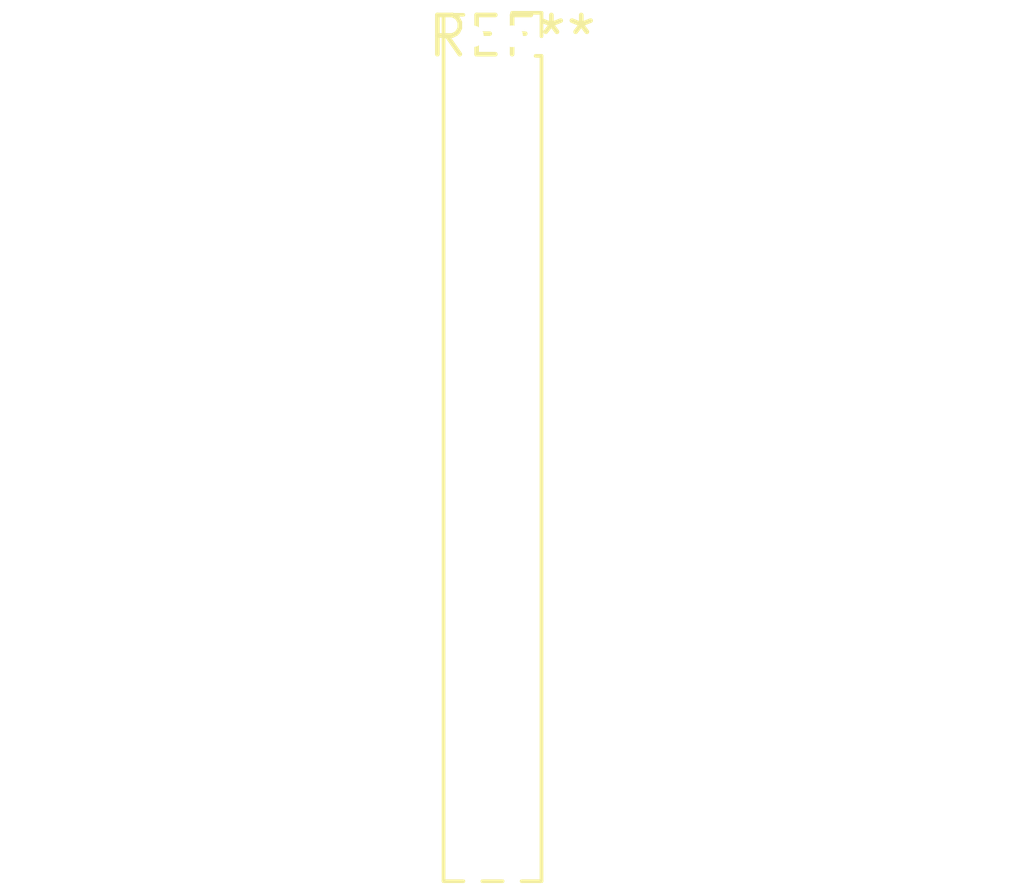
<source format=kicad_pcb>
(kicad_pcb (version 20240108) (generator pcbnew)
  (layers (0 "F.Cu" signal) (31 "B.Cu" signal) (34 "B.Paste" user) (35 "F.Paste" user) (36 "B.SilkS" user "B.Silkscreen") (37 "F.SilkS" user "F.Silkscreen") (38 "B.Mask" user) (39 "F.Mask" user) (44 "Edge.Cuts" user))
  (net 0 "")
  (footprint "PinSocket_2x22_P1.27mm_Vertical" (layer "F.Cu") (at 0 0)
    (property "Reference" "REF**")
    (property "Value" "PinSocket_2x22_P1.27mm_Vertical")
    (fp_line (start -2.22 -0.695) (end -2.22 27.365) (layer "F.SilkS") (stroke (width 0.12)))
    (fp_line (start -2.22 -0.695) (end -1.57753 -0.695) (layer "F.SilkS") (stroke (width 0.12)))
    (fp_line (start -2.22 27.365) (end -1.57753 27.365) (layer "F.SilkS") (stroke (width 0.12)))
    (fp_line (start -0.96247 -0.695) (end -0.76 -0.695) (layer "F.SilkS") (stroke (width 0.12)))
    (fp_line (start -0.96247 27.365) (end -0.30753 27.365) (layer "F.SilkS") (stroke (width 0.12)))
    (fp_line (start 0 -0.76) (end 0.95 -0.76) (layer "F.SilkS") (stroke (width 0.12)))
    (fp_line (start 0.30753 27.365) (end 0.95 27.365) (layer "F.SilkS") (stroke (width 0.12)))
    (fp_line (start 0.76 0.635) (end 0.95 0.635) (layer "F.SilkS") (stroke (width 0.12)))
    (fp_line (start 0.95 -0.76) (end 0.95 0) (layer "F.SilkS") (stroke (width 0.12)))
    (fp_line (start 0.95 0.635) (end 0.95 27.365) (layer "F.SilkS") (stroke (width 0.12)))
    (pad "1" thru_hole rect (at 0 0) (size 1 1) (drill 0.7) (layers *.Cu *.Mask) (remove_unused_layers))
    (pad "2" thru_hole oval (at -1.27 0) (size 1 1) (drill 0.7) (layers *.Cu *.Mask) (remove_unused_layers))
    (pad "3" thru_hole oval (at 0 1.27) (size 1 1) (drill 0.7) (layers *.Cu *.Mask) (remove_unused_layers))
    (pad "4" thru_hole oval (at -1.27 1.27) (size 1 1) (drill 0.7) (layers *.Cu *.Mask) (remove_unused_layers))
    (pad "5" thru_hole oval (at 0 2.54) (size 1 1) (drill 0.7) (layers *.Cu *.Mask) (remove_unused_layers))
    (pad "6" thru_hole oval (at -1.27 2.54) (size 1 1) (drill 0.7) (layers *.Cu *.Mask) (remove_unused_layers))
    (pad "7" thru_hole oval (at 0 3.81) (size 1 1) (drill 0.7) (layers *.Cu *.Mask) (remove_unused_layers))
    (pad "8" thru_hole oval (at -1.27 3.81) (size 1 1) (drill 0.7) (layers *.Cu *.Mask) (remove_unused_layers))
    (pad "9" thru_hole oval (at 0 5.08) (size 1 1) (drill 0.7) (layers *.Cu *.Mask) (remove_unused_layers))
    (pad "10" thru_hole oval (at -1.27 5.08) (size 1 1) (drill 0.7) (layers *.Cu *.Mask) (remove_unused_layers))
    (pad "11" thru_hole oval (at 0 6.35) (size 1 1) (drill 0.7) (layers *.Cu *.Mask) (remove_unused_layers))
    (pad "12" thru_hole oval (at -1.27 6.35) (size 1 1) (drill 0.7) (layers *.Cu *.Mask) (remove_unused_layers))
    (pad "13" thru_hole oval (at 0 7.62) (size 1 1) (drill 0.7) (layers *.Cu *.Mask) (remove_unused_layers))
    (pad "14" thru_hole oval (at -1.27 7.62) (size 1 1) (drill 0.7) (layers *.Cu *.Mask) (remove_unused_layers))
    (pad "15" thru_hole oval (at 0 8.89) (size 1 1) (drill 0.7) (layers *.Cu *.Mask) (remove_unused_layers))
    (pad "16" thru_hole oval (at -1.27 8.89) (size 1 1) (drill 0.7) (layers *.Cu *.Mask) (remove_unused_layers))
    (pad "17" thru_hole oval (at 0 10.16) (size 1 1) (drill 0.7) (layers *.Cu *.Mask) (remove_unused_layers))
    (pad "18" thru_hole oval (at -1.27 10.16) (size 1 1) (drill 0.7) (layers *.Cu *.Mask) (remove_unused_layers))
    (pad "19" thru_hole oval (at 0 11.43) (size 1 1) (drill 0.7) (layers *.Cu *.Mask) (remove_unused_layers))
    (pad "20" thru_hole oval (at -1.27 11.43) (size 1 1) (drill 0.7) (layers *.Cu *.Mask) (remove_unused_layers))
    (pad "21" thru_hole oval (at 0 12.7) (size 1 1) (drill 0.7) (layers *.Cu *.Mask) (remove_unused_layers))
    (pad "22" thru_hole oval (at -1.27 12.7) (size 1 1) (drill 0.7) (layers *.Cu *.Mask) (remove_unused_layers))
    (pad "23" thru_hole oval (at 0 13.97) (size 1 1) (drill 0.7) (layers *.Cu *.Mask) (remove_unused_layers))
    (pad "24" thru_hole oval (at -1.27 13.97) (size 1 1) (drill 0.7) (layers *.Cu *.Mask) (remove_unused_layers))
    (pad "25" thru_hole oval (at 0 15.24) (size 1 1) (drill 0.7) (layers *.Cu *.Mask) (remove_unused_layers))
    (pad "26" thru_hole oval (at -1.27 15.24) (size 1 1) (drill 0.7) (layers *.Cu *.Mask) (remove_unused_layers))
    (pad "27" thru_hole oval (at 0 16.51) (size 1 1) (drill 0.7) (layers *.Cu *.Mask) (remove_unused_layers))
    (pad "28" thru_hole oval (at -1.27 16.51) (size 1 1) (drill 0.7) (layers *.Cu *.Mask) (remove_unused_layers))
    (pad "29" thru_hole oval (at 0 17.78) (size 1 1) (drill 0.7) (layers *.Cu *.Mask) (remove_unused_layers))
    (pad "30" thru_hole oval (at -1.27 17.78) (size 1 1) (drill 0.7) (layers *.Cu *.Mask) (remove_unused_layers))
    (pad "31" thru_hole oval (at 0 19.05) (size 1 1) (drill 0.7) (layers *.Cu *.Mask) (remove_unused_layers))
    (pad "32" thru_hole oval (at -1.27 19.05) (size 1 1) (drill 0.7) (layers *.Cu *.Mask) (remove_unused_layers))
    (pad "33" thru_hole oval (at 0 20.32) (size 1 1) (drill 0.7) (layers *.Cu *.Mask) (remove_unused_layers))
    (pad "34" thru_hole oval (at -1.27 20.32) (size 1 1) (drill 0.7) (layers *.Cu *.Mask) (remove_unused_layers))
    (pad "35" thru_hole oval (at 0 21.59) (size 1 1) (drill 0.7) (layers *.Cu *.Mask) (remove_unused_layers))
    (pad "36" thru_hole oval (at -1.27 21.59) (size 1 1) (drill 0.7) (layers *.Cu *.Mask) (remove_unused_layers))
    (pad "37" thru_hole oval (at 0 22.86) (size 1 1) (drill 0.7) (layers *.Cu *.Mask) (remove_unused_layers))
    (pad "38" thru_hole oval (at -1.27 22.86) (size 1 1) (drill 0.7) (layers *.Cu *.Mask) (remove_unused_layers))
    (pad "39" thru_hole oval (at 0 24.13) (size 1 1) (drill 0.7) (layers *.Cu *.Mask) (remove_unused_layers))
    (pad "40" thru_hole oval (at -1.27 24.13) (size 1 1) (drill 0.7) (layers *.Cu *.Mask) (remove_unused_layers))
    (pad "41" thru_hole oval (at 0 25.4) (size 1 1) (drill 0.7) (layers *.Cu *.Mask) (remove_unused_layers))
    (pad "42" thru_hole oval (at -1.27 25.4) (size 1 1) (drill 0.7) (layers *.Cu *.Mask) (remove_unused_layers))
    (pad "43" thru_hole oval (at 0 26.67) (size 1 1) (drill 0.7) (layers *.Cu *.Mask) (remove_unused_layers))
    (pad "44" thru_hole oval (at -1.27 26.67) (size 1 1) (drill 0.7) (layers *.Cu *.Mask) (remove_unused_layers))
  )
)
</source>
